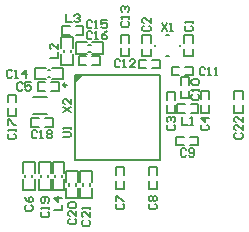
<source format=gto>
G04*
G04 #@! TF.GenerationSoftware,Altium Limited,Altium Designer,21.0.9 (235)*
G04*
G04 Layer_Color=65535*
%FSLAX24Y24*%
%MOIN*%
G70*
G04*
G04 #@! TF.SameCoordinates,D243DFDE-7053-4CD6-BE67-62E9DDAC0FBE*
G04*
G04*
G04 #@! TF.FilePolarity,Positive*
G04*
G01*
G75*
%ADD10C,0.0098*%
%ADD11C,0.0060*%
%ADD12C,0.0079*%
G36*
X-1181Y1378D02*
X-1378Y1181D01*
Y1378D01*
X-1181Y1378D01*
D02*
G37*
D10*
X-1699Y1083D02*
G03*
X-1699Y1083I-49J0D01*
G01*
D11*
X4177Y618D02*
Y874D01*
Y166D02*
Y422D01*
X3901Y618D02*
Y874D01*
Y166D02*
Y422D01*
Y166D02*
X4177D01*
X3901Y874D02*
X4177D01*
X2778Y166D02*
X2778Y422D01*
X2778Y874D02*
X2778Y618D01*
X3054Y166D02*
Y422D01*
X3054Y618D02*
X3054Y874D01*
X2778D02*
X3054D01*
X2778Y166D02*
X3054D01*
X2706Y164D02*
Y440D01*
X1998Y164D02*
Y440D01*
X2254Y440D01*
X2450Y440D02*
X2706D01*
X1998Y164D02*
X2254D01*
X2450D02*
X2706D01*
X1654Y148D02*
Y404D01*
Y601D02*
Y856D01*
X1930Y148D02*
Y404D01*
Y601D02*
Y856D01*
X1654D02*
X1930D01*
X1654Y148D02*
X1930D01*
X2404Y1098D02*
Y1354D01*
Y646D02*
Y902D01*
X2128Y1098D02*
Y1354D01*
Y646D02*
X2128Y902D01*
X2128Y646D02*
X2404D01*
X2128Y1354D02*
X2404D01*
X1427Y1654D02*
Y1929D01*
X718Y1654D02*
Y1929D01*
X974D01*
X1171D02*
X1427D01*
X718Y1654D02*
X974D01*
X1171D02*
X1427D01*
X1053Y-2372D02*
X1329D01*
X1053Y-1663D02*
X1329D01*
Y-1919D02*
Y-1663D01*
Y-2372D02*
Y-2116D01*
X1053Y-1919D02*
Y-1663D01*
Y-2372D02*
Y-2116D01*
X-39Y-2372D02*
X236D01*
X-39Y-1663D02*
X236D01*
Y-1919D02*
Y-1663D01*
Y-2372D02*
Y-2116D01*
X-39Y-1919D02*
Y-1663D01*
Y-2372D02*
Y-2116D01*
X-2156Y-2411D02*
X-1762D01*
X-2156Y-1486D02*
X-1762D01*
X-2156Y-2411D02*
Y-2047D01*
Y-1850D02*
Y-1486D01*
X-1762Y-2411D02*
Y-2047D01*
Y-1850D02*
Y-1486D01*
X-2618Y-2411D02*
X-2224D01*
X-2618Y-1486D02*
X-2224D01*
Y-1850D02*
Y-1486D01*
Y-2411D02*
Y-2047D01*
X-2618Y-1850D02*
Y-1486D01*
Y-2411D02*
Y-2047D01*
X-3150Y-2411D02*
X-2756D01*
X-3150Y-1486D02*
X-2756D01*
Y-1850D02*
Y-1486D01*
Y-2411D02*
Y-2047D01*
X-3150Y-1850D02*
Y-1486D01*
Y-2411D02*
Y-2047D01*
X2677Y-925D02*
Y-650D01*
X1968Y-925D02*
Y-650D01*
X2224D01*
X2421D02*
X2677D01*
X1968Y-925D02*
X2224D01*
X2421D02*
X2677D01*
X2520Y1407D02*
Y1683D01*
X1811Y1407D02*
Y1683D01*
X2067D01*
X2264D02*
X2520D01*
X1811Y1407D02*
X2067D01*
X2264D02*
X2520D01*
X2240Y2045D02*
X2515D01*
X2240Y2754D02*
X2515D01*
Y2498D02*
Y2754D01*
Y2045D02*
Y2301D01*
X2240Y2498D02*
Y2754D01*
Y2045D02*
Y2301D01*
X1615Y2746D02*
X1741D01*
X1252Y2376D02*
Y2423D01*
X1615Y2053D02*
X1741D01*
X2103Y2376D02*
Y2423D01*
X840Y2754D02*
X1115D01*
X840Y2045D02*
X1115D01*
X840D02*
Y2301D01*
Y2498D02*
Y2754D01*
X1115Y2045D02*
Y2301D01*
Y2498D02*
Y2754D01*
X128Y2756D02*
X404D01*
X128Y2047D02*
X404D01*
X128D02*
Y2303D01*
Y2500D02*
Y2756D01*
X404Y2047D02*
Y2303D01*
Y2500D02*
Y2756D01*
X-2746Y1270D02*
Y1663D01*
X-1821Y1270D02*
Y1663D01*
X-2185Y1270D02*
X-1821D01*
X-2746D02*
X-2382D01*
X-2185Y1663D02*
X-1821D01*
X-2746D02*
X-2382D01*
X-2648Y896D02*
Y1171D01*
X-1939Y896D02*
Y1171D01*
X-2195Y896D02*
X-1939D01*
X-2648D02*
X-2392D01*
X-2195Y1171D02*
X-1939D01*
X-2648D02*
X-2392D01*
X-2865Y-305D02*
Y-30D01*
X-2156Y-305D02*
Y-30D01*
X-2412Y-305D02*
X-2156D01*
X-2865D02*
X-2609D01*
X-2412Y-30D02*
X-2156D01*
X-2865D02*
X-2609D01*
X-3652Y768D02*
X-3377D01*
X-3652Y59D02*
X-3377D01*
X-3652D02*
Y315D01*
Y512D02*
Y768D01*
X-3377Y59D02*
Y315D01*
Y512D02*
Y768D01*
X-1870Y2687D02*
X-1476D01*
X-1870Y1762D02*
X-1476D01*
Y2323D02*
Y2687D01*
Y1762D02*
Y2126D01*
X-1870Y2323D02*
Y2687D01*
Y1762D02*
Y2126D01*
X-1841Y3041D02*
X-1585D01*
X-1388D02*
X-1132D01*
X-1841Y2766D02*
X-1585D01*
X-1388D02*
X-1132D01*
Y3041D01*
X-1841Y2766D02*
Y3041D01*
X-1693Y-2697D02*
X-1299D01*
X-1693Y-1772D02*
X-1299D01*
Y-2136D02*
Y-1772D01*
Y-2697D02*
Y-2333D01*
X-1693Y-2136D02*
Y-1772D01*
Y-2697D02*
Y-2333D01*
X-1230Y-2697D02*
X-837D01*
X-1230Y-1772D02*
X-837D01*
Y-2136D02*
Y-1772D01*
Y-2697D02*
Y-2333D01*
X-1230Y-2136D02*
Y-1772D01*
Y-2697D02*
Y-2333D01*
X-1388Y2112D02*
Y2506D01*
X-463Y2112D02*
Y2506D01*
X-827Y2112D02*
X-463D01*
X-1388D02*
X-1024D01*
X-827Y2506D02*
X-463D01*
X-1388D02*
X-1024D01*
X-576Y1762D02*
Y2038D01*
X-1284Y1762D02*
Y2038D01*
X-1028D01*
X-832D02*
X-576D01*
X-1284Y1762D02*
X-1028D01*
X-832D02*
X-576D01*
X2822Y-250D02*
X2778Y-295D01*
Y-385D01*
X2822Y-430D01*
X3002D01*
X3047Y-385D01*
Y-295D01*
X3002Y-250D01*
X3047Y-25D02*
X2778D01*
X2912Y-160D01*
Y20D01*
X2515Y780D02*
X2470Y735D01*
Y645D01*
X2515Y600D01*
X2695D01*
X2740Y645D01*
Y735D01*
X2695Y780D01*
X2740Y870D02*
Y960D01*
Y915D01*
X2470D01*
X2515Y870D01*
Y1095D02*
X2470Y1140D01*
Y1230D01*
X2515Y1275D01*
X2695D01*
X2740Y1230D01*
Y1140D01*
X2695Y1095D01*
X2515D01*
X2167Y20D02*
Y-250D01*
X2347D01*
X2437D02*
X2527D01*
X2482D01*
Y20D01*
X2437Y-25D01*
X1702Y-250D02*
X1658Y-295D01*
Y-385D01*
X1702Y-430D01*
X1882D01*
X1927Y-385D01*
Y-295D01*
X1882Y-250D01*
X1702Y-160D02*
X1658Y-115D01*
Y-25D01*
X1702Y20D01*
X1747D01*
X1792Y-25D01*
Y-70D01*
Y-25D01*
X1837Y20D01*
X1882D01*
X1927Y-25D01*
Y-115D01*
X1882Y-160D01*
X3952Y-519D02*
X3908Y-564D01*
Y-654D01*
X3952Y-699D01*
X4132D01*
X4177Y-654D01*
Y-564D01*
X4132Y-519D01*
X4177Y-249D02*
Y-429D01*
X3997Y-249D01*
X3952D01*
X3908Y-294D01*
Y-384D01*
X3952Y-429D01*
X4177Y21D02*
Y-159D01*
X3997Y21D01*
X3952D01*
X3908Y-24D01*
Y-114D01*
X3952Y-159D01*
X175Y3210D02*
X130Y3165D01*
Y3075D01*
X175Y3030D01*
X355D01*
X400Y3075D01*
Y3165D01*
X355Y3210D01*
X400Y3300D02*
Y3390D01*
Y3345D01*
X130D01*
X175Y3300D01*
Y3525D02*
X130Y3570D01*
Y3660D01*
X175Y3705D01*
X220D01*
X265Y3660D01*
Y3615D01*
Y3660D01*
X310Y3705D01*
X355D01*
X400Y3660D01*
Y3570D01*
X355Y3525D01*
X103Y1895D02*
X58Y1940D01*
X-32D01*
X-77Y1895D01*
Y1715D01*
X-32Y1670D01*
X58D01*
X103Y1715D01*
X193Y1670D02*
X283D01*
X238D01*
Y1940D01*
X193Y1895D01*
X598Y1670D02*
X418D01*
X598Y1850D01*
Y1895D01*
X553Y1940D01*
X463D01*
X418Y1895D01*
X-1587Y-3370D02*
X-1632Y-3415D01*
Y-3505D01*
X-1587Y-3550D01*
X-1408D01*
X-1363Y-3505D01*
Y-3415D01*
X-1408Y-3370D01*
X-1363Y-3100D02*
Y-3280D01*
X-1543Y-3100D01*
X-1587D01*
X-1632Y-3145D01*
Y-3235D01*
X-1587Y-3280D01*
Y-3010D02*
X-1632Y-2965D01*
Y-2875D01*
X-1587Y-2830D01*
X-1408D01*
X-1363Y-2875D01*
Y-2965D01*
X-1408Y-3010D01*
X-1587D01*
X-2495Y-3150D02*
X-2540Y-3195D01*
Y-3285D01*
X-2495Y-3330D01*
X-2315D01*
X-2270Y-3285D01*
Y-3195D01*
X-2315Y-3150D01*
X-2270Y-3060D02*
Y-2970D01*
Y-3015D01*
X-2540D01*
X-2495Y-3060D01*
X-2315Y-2835D02*
X-2270Y-2790D01*
Y-2700D01*
X-2315Y-2655D01*
X-2495D01*
X-2540Y-2700D01*
Y-2790D01*
X-2495Y-2835D01*
X-2450D01*
X-2405Y-2790D01*
Y-2655D01*
X-2670Y-465D02*
X-2715Y-420D01*
X-2805D01*
X-2850Y-465D01*
Y-645D01*
X-2805Y-690D01*
X-2715D01*
X-2670Y-645D01*
X-2580Y-690D02*
X-2490D01*
X-2535D01*
Y-420D01*
X-2580Y-465D01*
X-2355D02*
X-2310Y-420D01*
X-2220D01*
X-2175Y-465D01*
Y-510D01*
X-2220Y-555D01*
X-2175Y-600D01*
Y-645D01*
X-2220Y-690D01*
X-2310D01*
X-2355Y-645D01*
Y-600D01*
X-2310Y-555D01*
X-2355Y-510D01*
Y-465D01*
X-2310Y-555D02*
X-2220D01*
X-3605Y-550D02*
X-3650Y-595D01*
Y-685D01*
X-3605Y-730D01*
X-3425D01*
X-3380Y-685D01*
Y-595D01*
X-3425Y-550D01*
X-3380Y-460D02*
Y-370D01*
Y-415D01*
X-3650D01*
X-3605Y-460D01*
X-3650Y-235D02*
Y-55D01*
X-3605D01*
X-3425Y-235D01*
X-3380D01*
X2930Y1635D02*
X2885Y1680D01*
X2795D01*
X2750Y1635D01*
Y1455D01*
X2795Y1410D01*
X2885D01*
X2930Y1455D01*
X3020Y1410D02*
X3110D01*
X3065D01*
Y1680D01*
X3020Y1635D01*
X3245Y1410D02*
X3335D01*
X3290D01*
Y1680D01*
X3245Y1635D01*
X-3150Y1125D02*
X-3195Y1170D01*
X-3285D01*
X-3330Y1125D01*
Y945D01*
X-3285Y900D01*
X-3195D01*
X-3150Y945D01*
X-2880Y1170D02*
X-3060D01*
Y1035D01*
X-2970Y1080D01*
X-2925D01*
X-2880Y1035D01*
Y945D01*
X-2925Y900D01*
X-3015D01*
X-3060Y945D01*
X-3045Y-2920D02*
X-3090Y-2965D01*
Y-3055D01*
X-3045Y-3100D01*
X-2865D01*
X-2820Y-3055D01*
Y-2965D01*
X-2865Y-2920D01*
X-3090Y-2650D02*
X-3045Y-2740D01*
X-2955Y-2830D01*
X-2865D01*
X-2820Y-2785D01*
Y-2695D01*
X-2865Y-2650D01*
X-2910D01*
X-2955Y-2695D01*
Y-2830D01*
X1095Y-2870D02*
X1050Y-2915D01*
Y-3005D01*
X1095Y-3050D01*
X1275D01*
X1320Y-3005D01*
Y-2915D01*
X1275Y-2870D01*
X1095Y-2780D02*
X1050Y-2735D01*
Y-2645D01*
X1095Y-2600D01*
X1140D01*
X1185Y-2645D01*
X1230Y-2600D01*
X1275D01*
X1320Y-2645D01*
Y-2735D01*
X1275Y-2780D01*
X1230D01*
X1185Y-2735D01*
X1140Y-2780D01*
X1095D01*
X1185Y-2735D02*
Y-2645D01*
X2295Y3050D02*
X2250Y3005D01*
Y2915D01*
X2295Y2870D01*
X2475D01*
X2520Y2915D01*
Y3005D01*
X2475Y3050D01*
X2520Y3140D02*
Y3230D01*
Y3185D01*
X2250D01*
X2295Y3140D01*
X1490Y3160D02*
X1670Y2890D01*
Y3160D02*
X1490Y2890D01*
X1760D02*
X1850D01*
X1805D01*
Y3160D01*
X1760Y3115D01*
X2290Y-1075D02*
X2245Y-1030D01*
X2155D01*
X2110Y-1075D01*
Y-1255D01*
X2155Y-1300D01*
X2245D01*
X2290Y-1255D01*
X2380D02*
X2425Y-1300D01*
X2515D01*
X2560Y-1255D01*
Y-1075D01*
X2515Y-1030D01*
X2425D01*
X2380Y-1075D01*
Y-1120D01*
X2425Y-1165D01*
X2560D01*
X5Y-2870D02*
X-40Y-2915D01*
Y-3005D01*
X5Y-3050D01*
X185D01*
X230Y-3005D01*
Y-2915D01*
X185Y-2870D01*
X-40Y-2780D02*
Y-2600D01*
X5D01*
X185Y-2780D01*
X230D01*
X885Y3050D02*
X840Y3005D01*
Y2915D01*
X885Y2870D01*
X1065D01*
X1110Y2915D01*
Y3005D01*
X1065Y3050D01*
X1110Y3320D02*
Y3140D01*
X930Y3320D01*
X885D01*
X840Y3275D01*
Y3185D01*
X885Y3140D01*
X-1819Y-660D02*
X-1594D01*
X-1549Y-615D01*
Y-525D01*
X-1594Y-480D01*
X-1819D01*
X-1549Y-390D02*
Y-300D01*
Y-345D01*
X-1819D01*
X-1774Y-390D01*
X-1800Y170D02*
X-1530Y350D01*
X-1800D02*
X-1530Y170D01*
Y620D02*
Y440D01*
X-1710Y620D01*
X-1755D01*
X-1800Y575D01*
Y485D01*
X-1755Y440D01*
X-840Y3195D02*
X-885Y3240D01*
X-975D01*
X-1020Y3195D01*
Y3015D01*
X-975Y2970D01*
X-885D01*
X-840Y3015D01*
X-750Y2970D02*
X-660D01*
X-705D01*
Y3240D01*
X-750Y3195D01*
X-345Y3240D02*
X-525D01*
Y3105D01*
X-435Y3150D01*
X-390D01*
X-345Y3105D01*
Y3015D01*
X-390Y2970D01*
X-480D01*
X-525Y3015D01*
X-3500Y1555D02*
X-3545Y1600D01*
X-3635D01*
X-3680Y1555D01*
Y1375D01*
X-3635Y1330D01*
X-3545D01*
X-3500Y1375D01*
X-3410Y1330D02*
X-3320D01*
X-3365D01*
Y1600D01*
X-3410Y1555D01*
X-3050Y1330D02*
Y1600D01*
X-3185Y1465D01*
X-3005D01*
X-2100Y-3080D02*
X-1830D01*
Y-2900D01*
Y-2675D02*
X-2100D01*
X-1965Y-2810D01*
Y-2630D01*
X-1700Y3440D02*
Y3170D01*
X-1520D01*
X-1430Y3395D02*
X-1385Y3440D01*
X-1295D01*
X-1250Y3395D01*
Y3350D01*
X-1295Y3305D01*
X-1340D01*
X-1295D01*
X-1250Y3260D01*
Y3215D01*
X-1295Y3170D01*
X-1385D01*
X-1430Y3215D01*
X-2256Y2000D02*
X-1986D01*
Y2180D01*
Y2450D02*
Y2270D01*
X-2166Y2450D01*
X-2211D01*
X-2256Y2405D01*
Y2315D01*
X-2211Y2270D01*
X-1128Y-3420D02*
X-1172Y-3465D01*
Y-3555D01*
X-1128Y-3600D01*
X-948D01*
X-903Y-3555D01*
Y-3465D01*
X-948Y-3420D01*
X-903Y-3150D02*
Y-3330D01*
X-1083Y-3150D01*
X-1128D01*
X-1172Y-3195D01*
Y-3285D01*
X-1128Y-3330D01*
X-903Y-3060D02*
Y-2970D01*
Y-3015D01*
X-1172D01*
X-1128Y-3060D01*
X-830Y2835D02*
X-875Y2880D01*
X-965D01*
X-1010Y2835D01*
Y2655D01*
X-965Y2610D01*
X-875D01*
X-830Y2655D01*
X-740Y2610D02*
X-650D01*
X-695D01*
Y2880D01*
X-740Y2835D01*
X-335Y2880D02*
X-425Y2835D01*
X-515Y2745D01*
Y2655D01*
X-470Y2610D01*
X-380D01*
X-335Y2655D01*
Y2700D01*
X-380Y2745D01*
X-515D01*
D12*
X-2077Y-1988D02*
Y-1909D01*
X-1841Y-1988D02*
Y-1909D01*
X-2303Y-1988D02*
Y-1909D01*
X-2539Y-1988D02*
Y-1909D01*
X-2835Y-1988D02*
Y-1909D01*
X-3071Y-1988D02*
Y-1909D01*
X-2323Y1348D02*
X-2244D01*
X-2323Y1585D02*
X-2244D01*
X-1555Y2185D02*
Y2264D01*
X-1791Y2185D02*
Y2264D01*
X-1378Y-2274D02*
Y-2195D01*
X-1614Y-2274D02*
Y-2195D01*
X-915Y-2274D02*
Y-2195D01*
X-1152Y-2274D02*
Y-2195D01*
X-965Y2191D02*
X-886D01*
X-965Y2427D02*
X-886D01*
X-1417Y-1417D02*
Y1417D01*
X1417Y-1417D02*
Y1417D01*
X-1417D02*
X1417D01*
X-1417Y-1417D02*
X1417D01*
X-2806Y108D02*
X-2334D01*
X-2806Y699D02*
X-2334D01*
M02*

</source>
